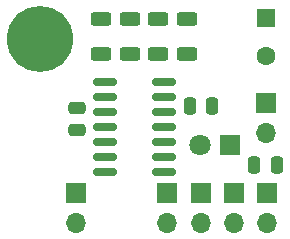
<source format=gbs>
%TF.GenerationSoftware,KiCad,Pcbnew,6.0.6-1.fc35*%
%TF.CreationDate,2022-07-18T21:23:54+02:00*%
%TF.ProjectId,lm324_4ch_therm,6c6d3332-345f-4346-9368-5f746865726d,rev?*%
%TF.SameCoordinates,Original*%
%TF.FileFunction,Soldermask,Bot*%
%TF.FilePolarity,Negative*%
%FSLAX46Y46*%
G04 Gerber Fmt 4.6, Leading zero omitted, Abs format (unit mm)*
G04 Created by KiCad (PCBNEW 6.0.6-1.fc35) date 2022-07-18 21:23:54*
%MOMM*%
%LPD*%
G01*
G04 APERTURE LIST*
G04 Aperture macros list*
%AMRoundRect*
0 Rectangle with rounded corners*
0 $1 Rounding radius*
0 $2 $3 $4 $5 $6 $7 $8 $9 X,Y pos of 4 corners*
0 Add a 4 corners polygon primitive as box body*
4,1,4,$2,$3,$4,$5,$6,$7,$8,$9,$2,$3,0*
0 Add four circle primitives for the rounded corners*
1,1,$1+$1,$2,$3*
1,1,$1+$1,$4,$5*
1,1,$1+$1,$6,$7*
1,1,$1+$1,$8,$9*
0 Add four rect primitives between the rounded corners*
20,1,$1+$1,$2,$3,$4,$5,0*
20,1,$1+$1,$4,$5,$6,$7,0*
20,1,$1+$1,$6,$7,$8,$9,0*
20,1,$1+$1,$8,$9,$2,$3,0*%
G04 Aperture macros list end*
%ADD10R,1.700000X1.700000*%
%ADD11O,1.700000X1.700000*%
%ADD12R,1.800000X1.800000*%
%ADD13C,1.800000*%
%ADD14R,1.600000X1.600000*%
%ADD15C,1.600000*%
%ADD16C,5.600000*%
%ADD17RoundRect,0.250000X0.475000X-0.250000X0.475000X0.250000X-0.475000X0.250000X-0.475000X-0.250000X0*%
%ADD18RoundRect,0.250000X0.250000X0.475000X-0.250000X0.475000X-0.250000X-0.475000X0.250000X-0.475000X0*%
%ADD19RoundRect,0.250000X-0.625000X0.312500X-0.625000X-0.312500X0.625000X-0.312500X0.625000X0.312500X0*%
%ADD20RoundRect,0.150000X-0.825000X-0.150000X0.825000X-0.150000X0.825000X0.150000X-0.825000X0.150000X0*%
%ADD21RoundRect,0.250000X0.625000X-0.312500X0.625000X0.312500X-0.625000X0.312500X-0.625000X-0.312500X0*%
G04 APERTURE END LIST*
D10*
%TO.C,J1*%
X134899000Y-61234000D03*
D11*
X134899000Y-63774000D03*
%TD*%
D12*
%TO.C,D4*%
X131826000Y-57150000D03*
D13*
X129286000Y-57150000D03*
%TD*%
D10*
%TO.C,J2*%
X118745000Y-61214000D03*
D11*
X118745000Y-63754000D03*
%TD*%
D14*
%TO.C,BZ1*%
X134874000Y-46406000D03*
D15*
X134874000Y-49606000D03*
%TD*%
D16*
%TO.C,REF2*%
X115697000Y-48133000D03*
%TD*%
D10*
%TO.C,J5*%
X129311000Y-61234000D03*
D11*
X129311000Y-63774000D03*
%TD*%
D10*
%TO.C,J4*%
X126492000Y-61214000D03*
D11*
X126492000Y-63754000D03*
%TD*%
D10*
%TO.C,J3*%
X132105000Y-61234000D03*
D11*
X132105000Y-63774000D03*
%TD*%
D10*
%TO.C,J6*%
X134874000Y-53594000D03*
D11*
X134874000Y-56134000D03*
%TD*%
D17*
%TO.C,C1*%
X118872000Y-55880000D03*
X118872000Y-53980000D03*
%TD*%
D18*
%TO.C,C2*%
X130302000Y-53848000D03*
X128402000Y-53848000D03*
%TD*%
D19*
%TO.C,R8*%
X120904000Y-46482000D03*
X120904000Y-49407000D03*
%TD*%
D20*
%TO.C,U1*%
X121223000Y-59436000D03*
X121223000Y-58166000D03*
X121223000Y-56896000D03*
X121223000Y-55626000D03*
X121223000Y-54356000D03*
X121223000Y-53086000D03*
X121223000Y-51816000D03*
X126173000Y-51816000D03*
X126173000Y-53086000D03*
X126173000Y-54356000D03*
X126173000Y-55626000D03*
X126173000Y-56896000D03*
X126173000Y-58166000D03*
X126173000Y-59436000D03*
%TD*%
D18*
%TO.C,C3*%
X135758000Y-58801000D03*
X133858000Y-58801000D03*
%TD*%
D21*
%TO.C,R1*%
X125730000Y-49403000D03*
X125730000Y-46478000D03*
%TD*%
%TO.C,R2*%
X128143000Y-49407000D03*
X128143000Y-46482000D03*
%TD*%
D19*
%TO.C,R3*%
X123317000Y-46482000D03*
X123317000Y-49407000D03*
%TD*%
M02*

</source>
